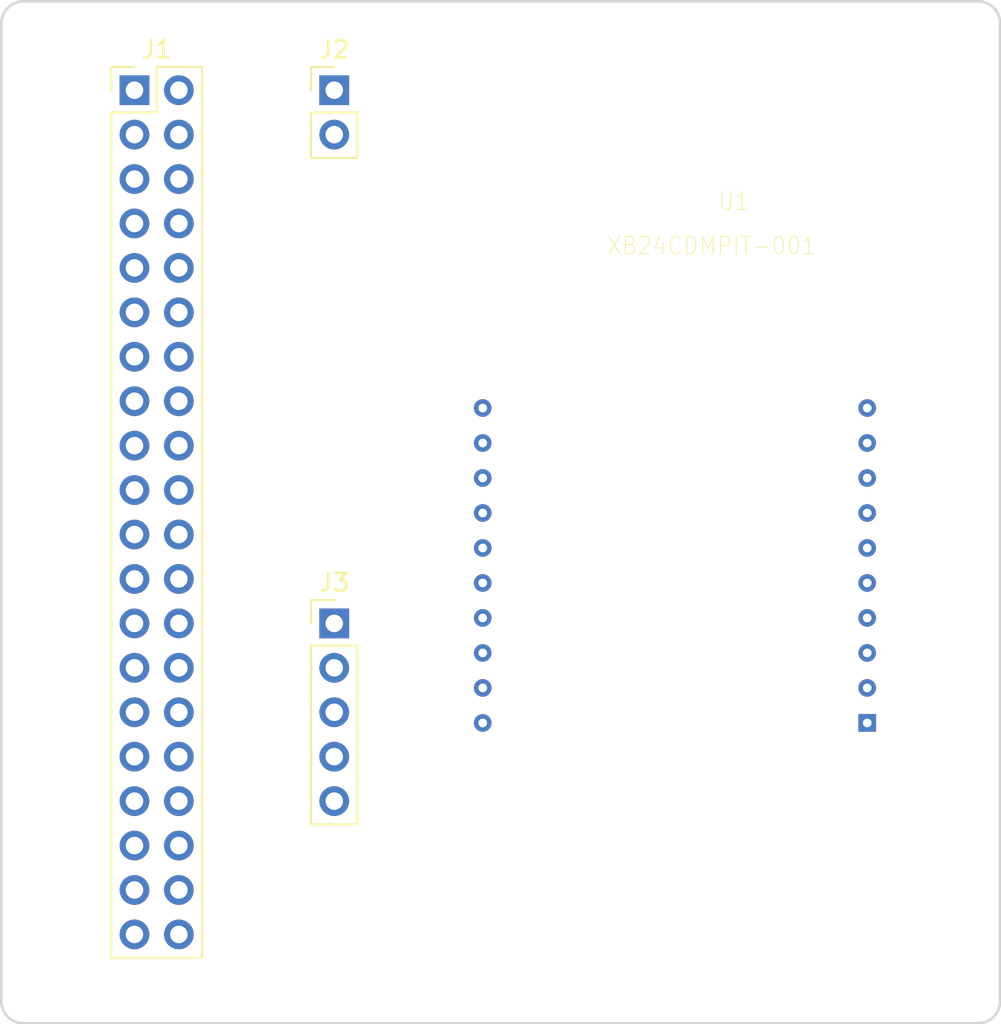
<source format=kicad_pcb>
(kicad_pcb (version 20171130) (host pcbnew "(5.0.2)-1")

  (general
    (thickness 1.6)
    (drawings 8)
    (tracks 0)
    (zones 0)
    (modules 4)
    (nets 57)
  )

  (page A4)
  (layers
    (0 F.Cu signal)
    (31 B.Cu signal)
    (32 B.Adhes user)
    (33 F.Adhes user)
    (34 B.Paste user)
    (35 F.Paste user)
    (36 B.SilkS user)
    (37 F.SilkS user)
    (38 B.Mask user)
    (39 F.Mask user)
    (40 Dwgs.User user)
    (41 Cmts.User user)
    (42 Eco1.User user)
    (43 Eco2.User user)
    (44 Edge.Cuts user)
    (45 Margin user)
    (46 B.CrtYd user)
    (47 F.CrtYd user)
    (48 B.Fab user)
    (49 F.Fab user)
  )

  (setup
    (last_trace_width 0.25)
    (trace_clearance 0.2)
    (zone_clearance 0.508)
    (zone_45_only no)
    (trace_min 0.2)
    (segment_width 0.2)
    (edge_width 0.15)
    (via_size 0.8)
    (via_drill 0.4)
    (via_min_size 0.4)
    (via_min_drill 0.3)
    (uvia_size 0.3)
    (uvia_drill 0.1)
    (uvias_allowed no)
    (uvia_min_size 0.2)
    (uvia_min_drill 0.1)
    (pcb_text_width 0.3)
    (pcb_text_size 1.5 1.5)
    (mod_edge_width 0.15)
    (mod_text_size 1 1)
    (mod_text_width 0.15)
    (pad_size 1.524 1.524)
    (pad_drill 0.762)
    (pad_to_mask_clearance 0.051)
    (solder_mask_min_width 0.25)
    (aux_axis_origin 0 0)
    (visible_elements 7FFFFFFF)
    (pcbplotparams
      (layerselection 0x010fc_ffffffff)
      (usegerberextensions false)
      (usegerberattributes false)
      (usegerberadvancedattributes false)
      (creategerberjobfile false)
      (excludeedgelayer true)
      (linewidth 0.100000)
      (plotframeref false)
      (viasonmask false)
      (mode 1)
      (useauxorigin false)
      (hpglpennumber 1)
      (hpglpenspeed 20)
      (hpglpendiameter 15.000000)
      (psnegative false)
      (psa4output false)
      (plotreference true)
      (plotvalue true)
      (plotinvisibletext false)
      (padsonsilk false)
      (subtractmaskfromsilk false)
      (outputformat 1)
      (mirror false)
      (drillshape 1)
      (scaleselection 1)
      (outputdirectory ""))
  )

  (net 0 "")
  (net 1 VCC)
  (net 2 5Vsupply)
  (net 3 "Net-(J1-Pad3)")
  (net 4 "Net-(J1-Pad5)")
  (net 5 "Net-(J1-Pad6)")
  (net 6 "Net-(J1-Pad7)")
  (net 7 X_DIN)
  (net 8 "Net-(J1-Pad9)")
  (net 9 X_DOUT)
  (net 10 "Net-(J1-Pad11)")
  (net 11 Therm_out)
  (net 12 "Net-(J1-Pad13)")
  (net 13 "Net-(J1-Pad14)")
  (net 14 "Net-(J1-Pad15)")
  (net 15 Therm_in_h)
  (net 16 "Net-(J1-Pad17)")
  (net 17 Therm_in_c)
  (net 18 "Net-(J1-Pad19)")
  (net 19 "Net-(J1-Pad20)")
  (net 20 "Net-(J1-Pad21)")
  (net 21 "Net-(J1-Pad22)")
  (net 22 "Net-(J1-Pad23)")
  (net 23 "Net-(J1-Pad24)")
  (net 24 "Net-(J1-Pad25)")
  (net 25 "Net-(J1-Pad26)")
  (net 26 "Net-(J1-Pad27)")
  (net 27 "Net-(J1-Pad28)")
  (net 28 "Net-(J1-Pad29)")
  (net 29 "Net-(J1-Pad30)")
  (net 30 "Net-(J1-Pad31)")
  (net 31 "Net-(J1-Pad32)")
  (net 32 "Net-(J1-Pad33)")
  (net 33 "Net-(J1-Pad34)")
  (net 34 "Net-(J1-Pad35)")
  (net 35 "Net-(J1-Pad36)")
  (net 36 "Net-(J1-Pad37)")
  (net 37 "Net-(J1-Pad38)")
  (net 38 "Net-(J1-Pad39)")
  (net 39 GND)
  (net 40 "Net-(U1-Pad4)")
  (net 41 "Net-(U1-Pad5)")
  (net 42 "Net-(U1-Pad6)")
  (net 43 "Net-(U1-Pad7)")
  (net 44 "Net-(U1-Pad8)")
  (net 45 "Net-(U1-Pad9)")
  (net 46 "Net-(U1-Pad20)")
  (net 47 "Net-(U1-Pad19)")
  (net 48 "Net-(U1-Pad18)")
  (net 49 "Net-(U1-Pad17)")
  (net 50 "Net-(U1-Pad16)")
  (net 51 "Net-(U1-Pad15)")
  (net 52 "Net-(U1-Pad14)")
  (net 53 "Net-(U1-Pad13)")
  (net 54 "Net-(U1-Pad12)")
  (net 55 "Net-(U1-Pad11)")
  (net 56 "Net-(J1-Pad4)")

  (net_class Default "This is the default net class."
    (clearance 0.2)
    (trace_width 0.25)
    (via_dia 0.8)
    (via_drill 0.4)
    (uvia_dia 0.3)
    (uvia_drill 0.1)
    (add_net 5Vsupply)
    (add_net GND)
    (add_net "Net-(J1-Pad11)")
    (add_net "Net-(J1-Pad13)")
    (add_net "Net-(J1-Pad14)")
    (add_net "Net-(J1-Pad15)")
    (add_net "Net-(J1-Pad17)")
    (add_net "Net-(J1-Pad19)")
    (add_net "Net-(J1-Pad20)")
    (add_net "Net-(J1-Pad21)")
    (add_net "Net-(J1-Pad22)")
    (add_net "Net-(J1-Pad23)")
    (add_net "Net-(J1-Pad24)")
    (add_net "Net-(J1-Pad25)")
    (add_net "Net-(J1-Pad26)")
    (add_net "Net-(J1-Pad27)")
    (add_net "Net-(J1-Pad28)")
    (add_net "Net-(J1-Pad29)")
    (add_net "Net-(J1-Pad3)")
    (add_net "Net-(J1-Pad30)")
    (add_net "Net-(J1-Pad31)")
    (add_net "Net-(J1-Pad32)")
    (add_net "Net-(J1-Pad33)")
    (add_net "Net-(J1-Pad34)")
    (add_net "Net-(J1-Pad35)")
    (add_net "Net-(J1-Pad36)")
    (add_net "Net-(J1-Pad37)")
    (add_net "Net-(J1-Pad38)")
    (add_net "Net-(J1-Pad39)")
    (add_net "Net-(J1-Pad4)")
    (add_net "Net-(J1-Pad5)")
    (add_net "Net-(J1-Pad6)")
    (add_net "Net-(J1-Pad7)")
    (add_net "Net-(J1-Pad9)")
    (add_net "Net-(U1-Pad11)")
    (add_net "Net-(U1-Pad12)")
    (add_net "Net-(U1-Pad13)")
    (add_net "Net-(U1-Pad14)")
    (add_net "Net-(U1-Pad15)")
    (add_net "Net-(U1-Pad16)")
    (add_net "Net-(U1-Pad17)")
    (add_net "Net-(U1-Pad18)")
    (add_net "Net-(U1-Pad19)")
    (add_net "Net-(U1-Pad20)")
    (add_net "Net-(U1-Pad4)")
    (add_net "Net-(U1-Pad5)")
    (add_net "Net-(U1-Pad6)")
    (add_net "Net-(U1-Pad7)")
    (add_net "Net-(U1-Pad8)")
    (add_net "Net-(U1-Pad9)")
    (add_net Therm_in_c)
    (add_net Therm_in_h)
    (add_net Therm_out)
    (add_net VCC)
    (add_net X_DIN)
    (add_net X_DOUT)
  )

  (module Connector_PinHeader_2.54mm:PinHeader_2x20_P2.54mm_Vertical (layer F.Cu) (tedit 59FED5CC) (tstamp 5C768A5F)
    (at 109.22 52.07)
    (descr "Through hole straight pin header, 2x20, 2.54mm pitch, double rows")
    (tags "Through hole pin header THT 2x20 2.54mm double row")
    (path /5C4EF2A8)
    (fp_text reference J1 (at 1.27 -2.33) (layer F.SilkS)
      (effects (font (size 1 1) (thickness 0.15)))
    )
    (fp_text value Conn_02x20_Odd_Even (at 1.27 50.59) (layer F.Fab)
      (effects (font (size 1 1) (thickness 0.15)))
    )
    (fp_line (start 0 -1.27) (end 3.81 -1.27) (layer F.Fab) (width 0.1))
    (fp_line (start 3.81 -1.27) (end 3.81 49.53) (layer F.Fab) (width 0.1))
    (fp_line (start 3.81 49.53) (end -1.27 49.53) (layer F.Fab) (width 0.1))
    (fp_line (start -1.27 49.53) (end -1.27 0) (layer F.Fab) (width 0.1))
    (fp_line (start -1.27 0) (end 0 -1.27) (layer F.Fab) (width 0.1))
    (fp_line (start -1.33 49.59) (end 3.87 49.59) (layer F.SilkS) (width 0.12))
    (fp_line (start -1.33 1.27) (end -1.33 49.59) (layer F.SilkS) (width 0.12))
    (fp_line (start 3.87 -1.33) (end 3.87 49.59) (layer F.SilkS) (width 0.12))
    (fp_line (start -1.33 1.27) (end 1.27 1.27) (layer F.SilkS) (width 0.12))
    (fp_line (start 1.27 1.27) (end 1.27 -1.33) (layer F.SilkS) (width 0.12))
    (fp_line (start 1.27 -1.33) (end 3.87 -1.33) (layer F.SilkS) (width 0.12))
    (fp_line (start -1.33 0) (end -1.33 -1.33) (layer F.SilkS) (width 0.12))
    (fp_line (start -1.33 -1.33) (end 0 -1.33) (layer F.SilkS) (width 0.12))
    (fp_line (start -1.8 -1.8) (end -1.8 50.05) (layer F.CrtYd) (width 0.05))
    (fp_line (start -1.8 50.05) (end 4.35 50.05) (layer F.CrtYd) (width 0.05))
    (fp_line (start 4.35 50.05) (end 4.35 -1.8) (layer F.CrtYd) (width 0.05))
    (fp_line (start 4.35 -1.8) (end -1.8 -1.8) (layer F.CrtYd) (width 0.05))
    (fp_text user %R (at 1.27 24.13 90) (layer F.Fab)
      (effects (font (size 1 1) (thickness 0.15)))
    )
    (pad 1 thru_hole rect (at 0 0) (size 1.7 1.7) (drill 1) (layers *.Cu *.Mask)
      (net 1 VCC))
    (pad 2 thru_hole oval (at 2.54 0) (size 1.7 1.7) (drill 1) (layers *.Cu *.Mask)
      (net 2 5Vsupply))
    (pad 3 thru_hole oval (at 0 2.54) (size 1.7 1.7) (drill 1) (layers *.Cu *.Mask)
      (net 3 "Net-(J1-Pad3)"))
    (pad 4 thru_hole oval (at 2.54 2.54) (size 1.7 1.7) (drill 1) (layers *.Cu *.Mask)
      (net 56 "Net-(J1-Pad4)"))
    (pad 5 thru_hole oval (at 0 5.08) (size 1.7 1.7) (drill 1) (layers *.Cu *.Mask)
      (net 4 "Net-(J1-Pad5)"))
    (pad 6 thru_hole oval (at 2.54 5.08) (size 1.7 1.7) (drill 1) (layers *.Cu *.Mask)
      (net 5 "Net-(J1-Pad6)"))
    (pad 7 thru_hole oval (at 0 7.62) (size 1.7 1.7) (drill 1) (layers *.Cu *.Mask)
      (net 6 "Net-(J1-Pad7)"))
    (pad 8 thru_hole oval (at 2.54 7.62) (size 1.7 1.7) (drill 1) (layers *.Cu *.Mask)
      (net 7 X_DIN))
    (pad 9 thru_hole oval (at 0 10.16) (size 1.7 1.7) (drill 1) (layers *.Cu *.Mask)
      (net 8 "Net-(J1-Pad9)"))
    (pad 10 thru_hole oval (at 2.54 10.16) (size 1.7 1.7) (drill 1) (layers *.Cu *.Mask)
      (net 9 X_DOUT))
    (pad 11 thru_hole oval (at 0 12.7) (size 1.7 1.7) (drill 1) (layers *.Cu *.Mask)
      (net 10 "Net-(J1-Pad11)"))
    (pad 12 thru_hole oval (at 2.54 12.7) (size 1.7 1.7) (drill 1) (layers *.Cu *.Mask)
      (net 11 Therm_out))
    (pad 13 thru_hole oval (at 0 15.24) (size 1.7 1.7) (drill 1) (layers *.Cu *.Mask)
      (net 12 "Net-(J1-Pad13)"))
    (pad 14 thru_hole oval (at 2.54 15.24) (size 1.7 1.7) (drill 1) (layers *.Cu *.Mask)
      (net 13 "Net-(J1-Pad14)"))
    (pad 15 thru_hole oval (at 0 17.78) (size 1.7 1.7) (drill 1) (layers *.Cu *.Mask)
      (net 14 "Net-(J1-Pad15)"))
    (pad 16 thru_hole oval (at 2.54 17.78) (size 1.7 1.7) (drill 1) (layers *.Cu *.Mask)
      (net 15 Therm_in_h))
    (pad 17 thru_hole oval (at 0 20.32) (size 1.7 1.7) (drill 1) (layers *.Cu *.Mask)
      (net 16 "Net-(J1-Pad17)"))
    (pad 18 thru_hole oval (at 2.54 20.32) (size 1.7 1.7) (drill 1) (layers *.Cu *.Mask)
      (net 17 Therm_in_c))
    (pad 19 thru_hole oval (at 0 22.86) (size 1.7 1.7) (drill 1) (layers *.Cu *.Mask)
      (net 18 "Net-(J1-Pad19)"))
    (pad 20 thru_hole oval (at 2.54 22.86) (size 1.7 1.7) (drill 1) (layers *.Cu *.Mask)
      (net 19 "Net-(J1-Pad20)"))
    (pad 21 thru_hole oval (at 0 25.4) (size 1.7 1.7) (drill 1) (layers *.Cu *.Mask)
      (net 20 "Net-(J1-Pad21)"))
    (pad 22 thru_hole oval (at 2.54 25.4) (size 1.7 1.7) (drill 1) (layers *.Cu *.Mask)
      (net 21 "Net-(J1-Pad22)"))
    (pad 23 thru_hole oval (at 0 27.94) (size 1.7 1.7) (drill 1) (layers *.Cu *.Mask)
      (net 22 "Net-(J1-Pad23)"))
    (pad 24 thru_hole oval (at 2.54 27.94) (size 1.7 1.7) (drill 1) (layers *.Cu *.Mask)
      (net 23 "Net-(J1-Pad24)"))
    (pad 25 thru_hole oval (at 0 30.48) (size 1.7 1.7) (drill 1) (layers *.Cu *.Mask)
      (net 24 "Net-(J1-Pad25)"))
    (pad 26 thru_hole oval (at 2.54 30.48) (size 1.7 1.7) (drill 1) (layers *.Cu *.Mask)
      (net 25 "Net-(J1-Pad26)"))
    (pad 27 thru_hole oval (at 0 33.02) (size 1.7 1.7) (drill 1) (layers *.Cu *.Mask)
      (net 26 "Net-(J1-Pad27)"))
    (pad 28 thru_hole oval (at 2.54 33.02) (size 1.7 1.7) (drill 1) (layers *.Cu *.Mask)
      (net 27 "Net-(J1-Pad28)"))
    (pad 29 thru_hole oval (at 0 35.56) (size 1.7 1.7) (drill 1) (layers *.Cu *.Mask)
      (net 28 "Net-(J1-Pad29)"))
    (pad 30 thru_hole oval (at 2.54 35.56) (size 1.7 1.7) (drill 1) (layers *.Cu *.Mask)
      (net 29 "Net-(J1-Pad30)"))
    (pad 31 thru_hole oval (at 0 38.1) (size 1.7 1.7) (drill 1) (layers *.Cu *.Mask)
      (net 30 "Net-(J1-Pad31)"))
    (pad 32 thru_hole oval (at 2.54 38.1) (size 1.7 1.7) (drill 1) (layers *.Cu *.Mask)
      (net 31 "Net-(J1-Pad32)"))
    (pad 33 thru_hole oval (at 0 40.64) (size 1.7 1.7) (drill 1) (layers *.Cu *.Mask)
      (net 32 "Net-(J1-Pad33)"))
    (pad 34 thru_hole oval (at 2.54 40.64) (size 1.7 1.7) (drill 1) (layers *.Cu *.Mask)
      (net 33 "Net-(J1-Pad34)"))
    (pad 35 thru_hole oval (at 0 43.18) (size 1.7 1.7) (drill 1) (layers *.Cu *.Mask)
      (net 34 "Net-(J1-Pad35)"))
    (pad 36 thru_hole oval (at 2.54 43.18) (size 1.7 1.7) (drill 1) (layers *.Cu *.Mask)
      (net 35 "Net-(J1-Pad36)"))
    (pad 37 thru_hole oval (at 0 45.72) (size 1.7 1.7) (drill 1) (layers *.Cu *.Mask)
      (net 36 "Net-(J1-Pad37)"))
    (pad 38 thru_hole oval (at 2.54 45.72) (size 1.7 1.7) (drill 1) (layers *.Cu *.Mask)
      (net 37 "Net-(J1-Pad38)"))
    (pad 39 thru_hole oval (at 0 48.26) (size 1.7 1.7) (drill 1) (layers *.Cu *.Mask)
      (net 38 "Net-(J1-Pad39)"))
    (pad 40 thru_hole oval (at 2.54 48.26) (size 1.7 1.7) (drill 1) (layers *.Cu *.Mask)
      (net 39 GND))
    (model ${KISYS3DMOD}/Connector_PinHeader_2.54mm.3dshapes/PinHeader_2x20_P2.54mm_Vertical.wrl
      (at (xyz 0 0 0))
      (scale (xyz 1 1 1))
      (rotate (xyz 0 0 0))
    )
  )

  (module Connector_PinHeader_2.54mm:PinHeader_1x02_P2.54mm_Vertical (layer F.Cu) (tedit 59FED5CC) (tstamp 5C768A75)
    (at 120.65 52.07)
    (descr "Through hole straight pin header, 1x02, 2.54mm pitch, single row")
    (tags "Through hole pin header THT 1x02 2.54mm single row")
    (path /5C50A7E1)
    (fp_text reference J2 (at 0 -2.33) (layer F.SilkS)
      (effects (font (size 1 1) (thickness 0.15)))
    )
    (fp_text value Conn_01x02_Male (at 0 4.87) (layer F.Fab)
      (effects (font (size 1 1) (thickness 0.15)))
    )
    (fp_line (start -0.635 -1.27) (end 1.27 -1.27) (layer F.Fab) (width 0.1))
    (fp_line (start 1.27 -1.27) (end 1.27 3.81) (layer F.Fab) (width 0.1))
    (fp_line (start 1.27 3.81) (end -1.27 3.81) (layer F.Fab) (width 0.1))
    (fp_line (start -1.27 3.81) (end -1.27 -0.635) (layer F.Fab) (width 0.1))
    (fp_line (start -1.27 -0.635) (end -0.635 -1.27) (layer F.Fab) (width 0.1))
    (fp_line (start -1.33 3.87) (end 1.33 3.87) (layer F.SilkS) (width 0.12))
    (fp_line (start -1.33 1.27) (end -1.33 3.87) (layer F.SilkS) (width 0.12))
    (fp_line (start 1.33 1.27) (end 1.33 3.87) (layer F.SilkS) (width 0.12))
    (fp_line (start -1.33 1.27) (end 1.33 1.27) (layer F.SilkS) (width 0.12))
    (fp_line (start -1.33 0) (end -1.33 -1.33) (layer F.SilkS) (width 0.12))
    (fp_line (start -1.33 -1.33) (end 0 -1.33) (layer F.SilkS) (width 0.12))
    (fp_line (start -1.8 -1.8) (end -1.8 4.35) (layer F.CrtYd) (width 0.05))
    (fp_line (start -1.8 4.35) (end 1.8 4.35) (layer F.CrtYd) (width 0.05))
    (fp_line (start 1.8 4.35) (end 1.8 -1.8) (layer F.CrtYd) (width 0.05))
    (fp_line (start 1.8 -1.8) (end -1.8 -1.8) (layer F.CrtYd) (width 0.05))
    (fp_text user %R (at 0 1.27 90) (layer F.Fab)
      (effects (font (size 1 1) (thickness 0.15)))
    )
    (pad 1 thru_hole rect (at 0 0) (size 1.7 1.7) (drill 1) (layers *.Cu *.Mask)
      (net 2 5Vsupply))
    (pad 2 thru_hole oval (at 0 2.54) (size 1.7 1.7) (drill 1) (layers *.Cu *.Mask)
      (net 39 GND))
    (model ${KISYS3DMOD}/Connector_PinHeader_2.54mm.3dshapes/PinHeader_1x02_P2.54mm_Vertical.wrl
      (at (xyz 0 0 0))
      (scale (xyz 1 1 1))
      (rotate (xyz 0 0 0))
    )
  )

  (module Connector_PinHeader_2.54mm:PinHeader_1x05_P2.54mm_Vertical (layer F.Cu) (tedit 59FED5CC) (tstamp 5C768A8E)
    (at 120.65 82.55)
    (descr "Through hole straight pin header, 1x05, 2.54mm pitch, single row")
    (tags "Through hole pin header THT 1x05 2.54mm single row")
    (path /5C4EF7D1)
    (fp_text reference J3 (at 0 -2.33) (layer F.SilkS)
      (effects (font (size 1 1) (thickness 0.15)))
    )
    (fp_text value Conn_01x05_Male (at 0 12.49) (layer F.Fab)
      (effects (font (size 1 1) (thickness 0.15)))
    )
    (fp_line (start -0.635 -1.27) (end 1.27 -1.27) (layer F.Fab) (width 0.1))
    (fp_line (start 1.27 -1.27) (end 1.27 11.43) (layer F.Fab) (width 0.1))
    (fp_line (start 1.27 11.43) (end -1.27 11.43) (layer F.Fab) (width 0.1))
    (fp_line (start -1.27 11.43) (end -1.27 -0.635) (layer F.Fab) (width 0.1))
    (fp_line (start -1.27 -0.635) (end -0.635 -1.27) (layer F.Fab) (width 0.1))
    (fp_line (start -1.33 11.49) (end 1.33 11.49) (layer F.SilkS) (width 0.12))
    (fp_line (start -1.33 1.27) (end -1.33 11.49) (layer F.SilkS) (width 0.12))
    (fp_line (start 1.33 1.27) (end 1.33 11.49) (layer F.SilkS) (width 0.12))
    (fp_line (start -1.33 1.27) (end 1.33 1.27) (layer F.SilkS) (width 0.12))
    (fp_line (start -1.33 0) (end -1.33 -1.33) (layer F.SilkS) (width 0.12))
    (fp_line (start -1.33 -1.33) (end 0 -1.33) (layer F.SilkS) (width 0.12))
    (fp_line (start -1.8 -1.8) (end -1.8 11.95) (layer F.CrtYd) (width 0.05))
    (fp_line (start -1.8 11.95) (end 1.8 11.95) (layer F.CrtYd) (width 0.05))
    (fp_line (start 1.8 11.95) (end 1.8 -1.8) (layer F.CrtYd) (width 0.05))
    (fp_line (start 1.8 -1.8) (end -1.8 -1.8) (layer F.CrtYd) (width 0.05))
    (fp_text user %R (at 0 5.08 90) (layer F.Fab)
      (effects (font (size 1 1) (thickness 0.15)))
    )
    (pad 1 thru_hole rect (at 0 0) (size 1.7 1.7) (drill 1) (layers *.Cu *.Mask)
      (net 2 5Vsupply))
    (pad 2 thru_hole oval (at 0 2.54) (size 1.7 1.7) (drill 1) (layers *.Cu *.Mask)
      (net 11 Therm_out))
    (pad 3 thru_hole oval (at 0 5.08) (size 1.7 1.7) (drill 1) (layers *.Cu *.Mask)
      (net 15 Therm_in_h))
    (pad 4 thru_hole oval (at 0 7.62) (size 1.7 1.7) (drill 1) (layers *.Cu *.Mask)
      (net 17 Therm_in_c))
    (pad 5 thru_hole oval (at 0 10.16) (size 1.7 1.7) (drill 1) (layers *.Cu *.Mask)
      (net 39 GND))
    (model ${KISYS3DMOD}/Connector_PinHeader_2.54mm.3dshapes/PinHeader_1x05_P2.54mm_Vertical.wrl
      (at (xyz 0 0 0))
      (scale (xyz 1 1 1))
      (rotate (xyz 0 0 0))
    )
  )

  (module XB24CDMPIT-001:DIP-20 (layer F.Cu) (tedit 0) (tstamp 5C768AAF)
    (at 152.4 62.23 180)
    (descr "Xbee Zb (Zigbee Pro Feature Set), 1mw, Wire Antenna, 250000")
    (path /5C50AEE8)
    (fp_text reference U1 (at 8.89 3.81 180) (layer F.SilkS)
      (effects (font (size 1 0.9) (thickness 0.05)))
    )
    (fp_text value XB24CDMPIT-001 (at 10.16 1.27 180) (layer F.SilkS)
      (effects (font (size 1 0.9) (thickness 0.05)))
    )
    (fp_line (start 7.593 -32.941) (end 0.002 -26.41) (layer Dwgs.User) (width 0.1))
    (fp_line (start 0.002 -26.41) (end 0.002 -0.001) (layer Dwgs.User) (width 0.1))
    (fp_line (start 0.002 -0.001) (end 24.381 -0.001) (layer Dwgs.User) (width 0.1))
    (fp_line (start 24.381 -0.001) (end 24.381 -26.411) (layer Dwgs.User) (width 0.1))
    (fp_line (start 24.381 -26.411) (end 16.791 -32.941) (layer Dwgs.User) (width 0.1))
    (fp_line (start 16.791 -32.941) (end 7.593 -32.941) (layer Dwgs.User) (width 0.1))
    (fp_text user XBee (at 6.00698 -17.22 180) (layer Edge.Cuts)
      (effects (font (size 1 1) (thickness 0.05)))
    )
    (fp_line (start 5.4 -20.8) (end 18.9 -20.8) (layer Dwgs.User) (width 0.1))
    (fp_line (start 5.4 -15.7) (end 18.9 -15.7) (layer Dwgs.User) (width 0.1))
    (pad 1 thru_hole rect (at 1.254 -26.009 180) (size 1.008 1.008) (drill 0.5) (layers *.Cu *.Mask)
      (net 1 VCC))
    (pad 2 thru_hole circle (at 1.254 -24.009 180) (size 1.008 1.008) (drill 0.5) (layers *.Cu *.Mask)
      (net 9 X_DOUT))
    (pad 3 thru_hole circle (at 1.254 -22.009 180) (size 1.008 1.008) (drill 0.5) (layers *.Cu *.Mask)
      (net 7 X_DIN))
    (pad 4 thru_hole circle (at 1.254 -20.009 180) (size 1.008 1.008) (drill 0.5) (layers *.Cu *.Mask)
      (net 40 "Net-(U1-Pad4)"))
    (pad 5 thru_hole circle (at 1.254 -18.009 180) (size 1.008 1.008) (drill 0.5) (layers *.Cu *.Mask)
      (net 41 "Net-(U1-Pad5)"))
    (pad 6 thru_hole circle (at 1.254 -16.009 180) (size 1.008 1.008) (drill 0.5) (layers *.Cu *.Mask)
      (net 42 "Net-(U1-Pad6)"))
    (pad 7 thru_hole circle (at 1.254 -14.009 180) (size 1.008 1.008) (drill 0.5) (layers *.Cu *.Mask)
      (net 43 "Net-(U1-Pad7)"))
    (pad 8 thru_hole circle (at 1.254 -12.009 180) (size 1.008 1.008) (drill 0.5) (layers *.Cu *.Mask)
      (net 44 "Net-(U1-Pad8)"))
    (pad 9 thru_hole circle (at 1.254 -10.009 180) (size 1.008 1.008) (drill 0.5) (layers *.Cu *.Mask)
      (net 45 "Net-(U1-Pad9)"))
    (pad 10 thru_hole circle (at 1.254 -8.009 180) (size 1.008 1.008) (drill 0.5) (layers *.Cu *.Mask)
      (net 39 GND))
    (pad 20 thru_hole circle (at 23.254 -26.009 180) (size 1.008 1.008) (drill 0.5) (layers *.Cu *.Mask)
      (net 46 "Net-(U1-Pad20)"))
    (pad 19 thru_hole circle (at 23.254 -24.009 180) (size 1.008 1.008) (drill 0.5) (layers *.Cu *.Mask)
      (net 47 "Net-(U1-Pad19)"))
    (pad 18 thru_hole circle (at 23.254 -22.009 180) (size 1.008 1.008) (drill 0.5) (layers *.Cu *.Mask)
      (net 48 "Net-(U1-Pad18)"))
    (pad 17 thru_hole circle (at 23.254 -20.009 180) (size 1.008 1.008) (drill 0.5) (layers *.Cu *.Mask)
      (net 49 "Net-(U1-Pad17)"))
    (pad 16 thru_hole circle (at 23.254 -18.009 180) (size 1.008 1.008) (drill 0.5) (layers *.Cu *.Mask)
      (net 50 "Net-(U1-Pad16)"))
    (pad 15 thru_hole circle (at 23.254 -16.009 180) (size 1.008 1.008) (drill 0.5) (layers *.Cu *.Mask)
      (net 51 "Net-(U1-Pad15)"))
    (pad 14 thru_hole circle (at 23.254 -14.009 180) (size 1.008 1.008) (drill 0.5) (layers *.Cu *.Mask)
      (net 52 "Net-(U1-Pad14)"))
    (pad 13 thru_hole circle (at 23.254 -12.009 180) (size 1.008 1.008) (drill 0.5) (layers *.Cu *.Mask)
      (net 53 "Net-(U1-Pad13)"))
    (pad 12 thru_hole circle (at 23.254 -10.009 180) (size 1.008 1.008) (drill 0.5) (layers *.Cu *.Mask)
      (net 54 "Net-(U1-Pad12)"))
    (pad 11 thru_hole circle (at 23.254 -8.009 180) (size 1.008 1.008) (drill 0.5) (layers *.Cu *.Mask)
      (net 55 "Net-(U1-Pad11)"))
  )

  (gr_arc (start 157.48 104.14) (end 157.48 105.41) (angle -90) (layer Edge.Cuts) (width 0.15))
  (gr_arc (start 102.87 48.26) (end 102.87 46.99) (angle -90) (layer Edge.Cuts) (width 0.15))
  (gr_arc (start 102.87 104.14) (end 101.6 104.14) (angle -90) (layer Edge.Cuts) (width 0.15))
  (gr_arc (start 157.48 48.26) (end 158.75 48.26) (angle -90) (layer Edge.Cuts) (width 0.15))
  (gr_line (start 102.87 105.41) (end 157.48 105.41) (layer Edge.Cuts) (width 0.15))
  (gr_line (start 101.6 48.26) (end 101.6 104.14) (layer Edge.Cuts) (width 0.15))
  (gr_line (start 157.48 46.99) (end 102.87 46.99) (layer Edge.Cuts) (width 0.15))
  (gr_line (start 158.75 104.14) (end 158.75 48.26) (layer Edge.Cuts) (width 0.15))

)

</source>
